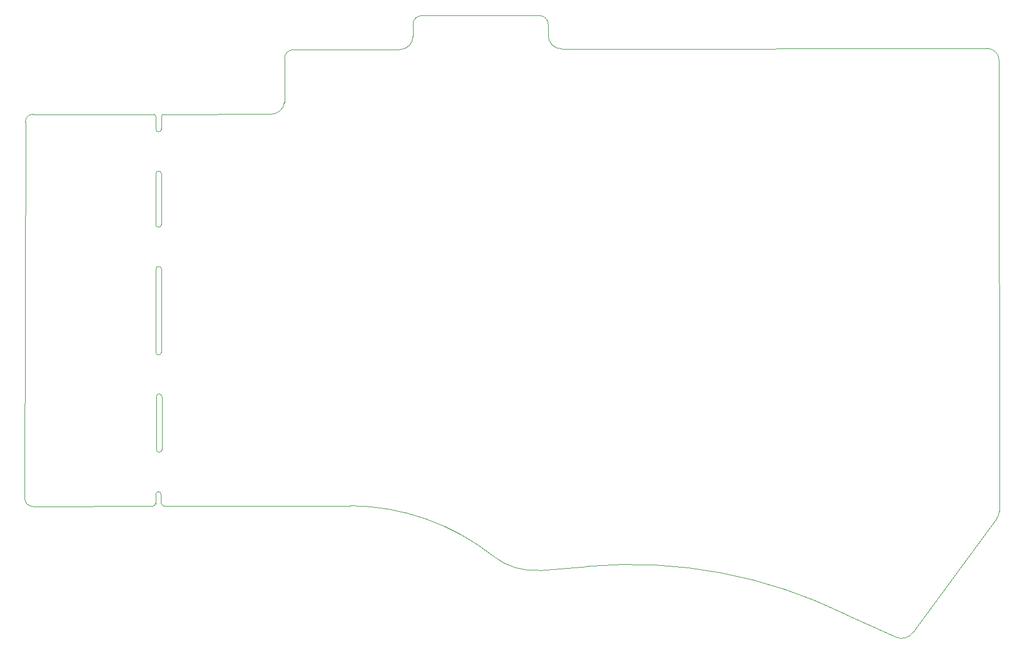
<source format=gm1>
%TF.GenerationSoftware,KiCad,Pcbnew,6.0.2+dfsg-1*%
%TF.CreationDate,2023-08-25T19:24:44+02:00*%
%TF.ProjectId,max,6d61782e-6b69-4636-9164-5f7063625858,rev1.0*%
%TF.SameCoordinates,Original*%
%TF.FileFunction,Profile,NP*%
%FSLAX46Y46*%
G04 Gerber Fmt 4.6, Leading zero omitted, Abs format (unit mm)*
G04 Created by KiCad (PCBNEW 6.0.2+dfsg-1) date 2023-08-25 19:24:44*
%MOMM*%
%LPD*%
G01*
G04 APERTURE LIST*
%TA.AperFunction,Profile*%
%ADD10C,0.100000*%
%TD*%
G04 APERTURE END LIST*
D10*
X117147082Y-40774523D02*
G75*
G03*
X115781443Y-42065328I-73139J-1290429D01*
G01*
X202776480Y-47496039D02*
G75*
G03*
X200976481Y-45629709I-1800004J65147D01*
G01*
X98074958Y-45843408D02*
G75*
G03*
X96709319Y-47134214I-72592J-1291008D01*
G01*
X78802198Y-113606932D02*
X106500000Y-113600000D01*
X189949999Y-132449999D02*
X202434044Y-115487896D01*
X127750000Y-121125000D02*
G75*
G03*
X134500000Y-123175000I5985320J7569956D01*
G01*
X200976481Y-45629709D02*
X137853067Y-45720000D01*
X77183560Y-113669378D02*
G75*
G03*
X77592292Y-113269531I-103080J514202D01*
G01*
X115781443Y-42065328D02*
X115794411Y-43834325D01*
X135853067Y-43720000D02*
X135851109Y-42064087D01*
X78432722Y-64277479D02*
X78433710Y-71811092D01*
X78402351Y-111919938D02*
X78402351Y-113198200D01*
X77633710Y-71811092D02*
G75*
G03*
X78433710Y-71811092I400000J0D01*
G01*
X78432722Y-78437893D02*
G75*
G03*
X77632722Y-78437893I-400000J0D01*
G01*
X78503234Y-97383082D02*
X78507526Y-105267191D01*
X202434044Y-115487896D02*
G75*
G03*
X202800000Y-114400000I-1434040J1087895D01*
G01*
X96709319Y-47134214D02*
X96709319Y-53653653D01*
X78432722Y-64277479D02*
G75*
G03*
X77632722Y-64277479I-400000J0D01*
G01*
X135851109Y-42064087D02*
G75*
G03*
X134485470Y-40773282I-1292500J376D01*
G01*
X59424059Y-55435726D02*
G75*
G03*
X58260808Y-56598155I-78090J-1085106D01*
G01*
X77707526Y-105267191D02*
G75*
G03*
X78507526Y-105267191I400000J0D01*
G01*
X113794411Y-45834325D02*
G75*
G03*
X115794411Y-43834325I1J1999999D01*
G01*
X77634456Y-55826687D02*
G75*
G03*
X77377041Y-55435890I-372072J35096D01*
G01*
X58160839Y-112494286D02*
G75*
G03*
X59401680Y-113689766I1161515J-36115D01*
G01*
X202800000Y-114400000D02*
X202800000Y-113200000D01*
X78704604Y-55435889D02*
G75*
G03*
X78447188Y-55826687I114626J-355682D01*
G01*
X141800000Y-122600001D02*
X134500000Y-123175000D01*
X77632722Y-78437893D02*
X77632722Y-90801527D01*
X180129399Y-129800000D02*
X187513868Y-133121447D01*
X135853067Y-43720000D02*
G75*
G03*
X137853067Y-45720000I1999999J-1D01*
G01*
X77632722Y-64277479D02*
X77633710Y-71811092D01*
X59424059Y-55435726D02*
X77377041Y-55435890D01*
X58260808Y-56598155D02*
X58160840Y-112494286D01*
X78402350Y-111919938D02*
G75*
G03*
X77593868Y-111919937I-404241J-1D01*
G01*
X77703234Y-97383082D02*
X77707526Y-105267191D01*
X77632963Y-57638407D02*
G75*
G03*
X78441447Y-57638406I404242J25D01*
G01*
X78503234Y-97383082D02*
G75*
G03*
X77703234Y-97383082I-400000J0D01*
G01*
X77593868Y-111919937D02*
X77592292Y-113269531D01*
X78447188Y-55826687D02*
X78441447Y-57638406D01*
X134485470Y-40773282D02*
X117147082Y-40774523D01*
X78402351Y-113198200D02*
G75*
G03*
X78802198Y-113606932I514202J103080D01*
G01*
X78704604Y-55435890D02*
X94710875Y-55429146D01*
X127750000Y-121125000D02*
G75*
G03*
X106500000Y-113600001I-21522751J-27011885D01*
G01*
X59401680Y-113689766D02*
X77183560Y-113669378D01*
X113794411Y-45834325D02*
X98074958Y-45843409D01*
X78432722Y-78437893D02*
X78432722Y-90801527D01*
X202800000Y-113200000D02*
X202776481Y-47496039D01*
X94710875Y-55429146D02*
G75*
G03*
X96709319Y-53653653I-3J2012445D01*
G01*
X187513868Y-133121447D02*
G75*
G03*
X189949999Y-132449999I836131J1721448D01*
G01*
X77634457Y-55826687D02*
X77632964Y-57638407D01*
X77632722Y-90801527D02*
G75*
G03*
X78432722Y-90801527I400000J0D01*
G01*
X180129399Y-129800000D02*
G75*
G03*
X141800000Y-122600001I-32005469J-64758201D01*
G01*
M02*

</source>
